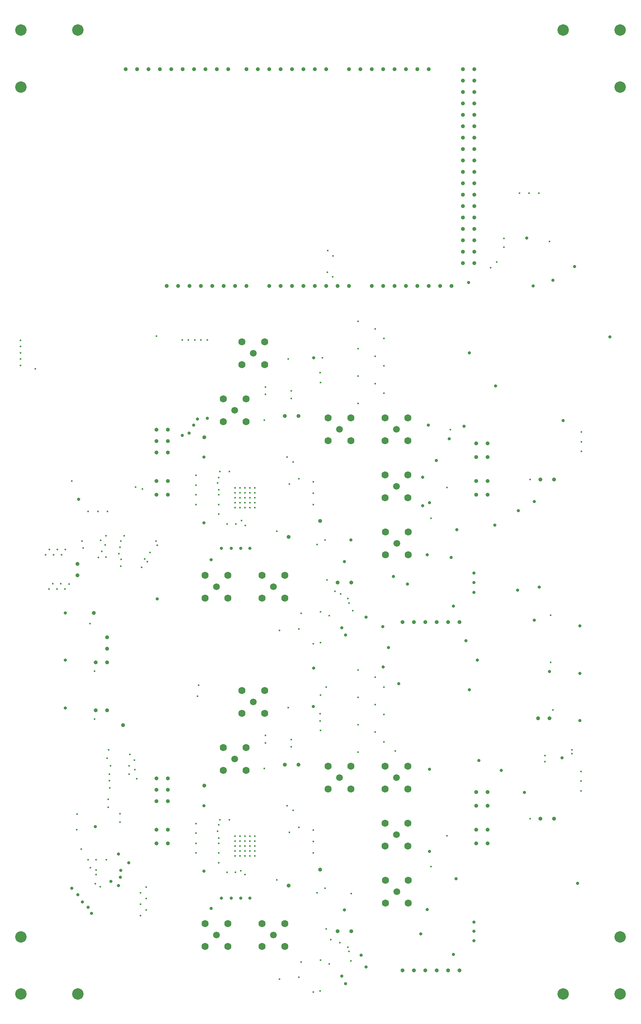
<source format=gbr>
%TF.GenerationSoftware,Altium Limited,Altium Designer,23.1.1 (15)*%
G04 Layer_Color=0*
%FSLAX45Y45*%
%MOMM*%
%TF.SameCoordinates,0F2ED6FA-663B-4D60-9F9C-34395667DD86*%
%TF.FilePolarity,Positive*%
%TF.FileFunction,Plated,1,4,PTH,Drill*%
%TF.Part,Single*%
G01*
G75*
%TA.AperFunction,OtherDrill,Pad Free-2 (124.714mm,3.81mm)*%
%ADD82C,2.54000*%
%TA.AperFunction,OtherDrill,Pad Free-2 (137.414mm,16.51mm)*%
%ADD83C,2.54000*%
%TA.AperFunction,OtherDrill,Pad Free-2 (137.414mm,205.74mm)*%
%ADD84C,2.54000*%
%TA.AperFunction,OtherDrill,Pad Free-2 (124.714mm,218.44mm)*%
%ADD85C,2.54000*%
%TA.AperFunction,OtherDrill,Pad Free-2 (16.51mm,3.81mm)*%
%ADD86C,2.54000*%
%TA.AperFunction,OtherDrill,Pad Free-2 (3.81mm,16.51mm)*%
%ADD87C,2.54000*%
%TA.AperFunction,OtherDrill,Pad Free-2 (3.81mm,205.74mm)*%
%ADD88C,2.54000*%
%TA.AperFunction,OtherDrill,Pad Free-2 (16.51mm,218.44mm)*%
%ADD89C,2.54000*%
%TA.AperFunction,ComponentDrill*%
%ADD90C,0.90000*%
%ADD91C,0.90000*%
%ADD92C,2.54000*%
%ADD93C,1.60000*%
%ADD94C,1.50000*%
%TA.AperFunction,ViaDrill,NotFilled*%
%ADD95C,0.38100*%
%ADD96C,0.90000*%
%ADD97C,0.71120*%
D82*
X12471400Y381000D02*
D03*
D83*
X13741400Y1651000D02*
D03*
D84*
Y20574001D02*
D03*
D85*
X12471400Y21844000D02*
D03*
D86*
X1651000Y381000D02*
D03*
D87*
X381000Y1651000D02*
D03*
D88*
Y20574001D02*
D03*
D89*
X1651000Y21844000D02*
D03*
D90*
X11963400Y11836400D02*
D03*
Y4279900D02*
D03*
X12268200Y11836400D02*
D03*
X10160000Y901700D02*
D03*
X9906000D02*
D03*
X9652000D02*
D03*
X9398000D02*
D03*
X9144000D02*
D03*
X8890000D02*
D03*
X3657600Y4038600D02*
D03*
X3403600D02*
D03*
Y3733800D02*
D03*
X3657600D02*
D03*
X10528300Y4876800D02*
D03*
X10782300D02*
D03*
Y4572000D02*
D03*
X10528300D02*
D03*
Y4038600D02*
D03*
X10782300D02*
D03*
Y3733800D02*
D03*
X10528300D02*
D03*
X10782300Y11798300D02*
D03*
X10528300D02*
D03*
Y11493500D02*
D03*
X10782300D02*
D03*
Y12636500D02*
D03*
X10528300D02*
D03*
Y12331700D02*
D03*
X10782300D02*
D03*
X3403600Y11798300D02*
D03*
X3657600D02*
D03*
Y11493500D02*
D03*
X3403600D02*
D03*
X10160000Y8661400D02*
D03*
X9906000D02*
D03*
X9652000D02*
D03*
X9398000D02*
D03*
X9144000D02*
D03*
X8890000D02*
D03*
X11912600Y6515100D02*
D03*
X12166600D02*
D03*
X2044700Y6692900D02*
D03*
X2298700D02*
D03*
Y7759700D02*
D03*
X2044700D02*
D03*
X12268200Y4279900D02*
D03*
D91*
X6261100Y13246100D02*
D03*
Y5486400D02*
D03*
X7442200Y9537700D02*
D03*
Y1778000D02*
D03*
X1638300Y9956800D02*
D03*
X10490200Y16649699D02*
D03*
X10236200D02*
D03*
X5156200Y16141701D02*
D03*
X4902200D02*
D03*
X3479800Y20967700D02*
D03*
X3657600Y12433300D02*
D03*
X3403600D02*
D03*
X3657600Y12687300D02*
D03*
X3403600D02*
D03*
X3657600Y12941299D02*
D03*
X3403600D02*
D03*
X3657600Y4673600D02*
D03*
X3403600D02*
D03*
X3657600Y4927600D02*
D03*
X3403600D02*
D03*
X3657600Y5181600D02*
D03*
X3403600D02*
D03*
X6565900Y5486400D02*
D03*
X7747000Y1778000D02*
D03*
X4470400Y5016500D02*
D03*
X6350000Y2794000D02*
D03*
X7048500Y3149600D02*
D03*
Y10909300D02*
D03*
X4470400Y12776200D02*
D03*
X6350000Y10553700D02*
D03*
X7747000Y9537700D02*
D03*
X6565900Y13246100D02*
D03*
X1638300Y9702800D02*
D03*
X2298700Y8318500D02*
D03*
Y8064500D02*
D03*
X6172200Y16141701D02*
D03*
X6680200D02*
D03*
X6426200D02*
D03*
X7188200D02*
D03*
X6934200D02*
D03*
X7696200D02*
D03*
X7442200D02*
D03*
X5918200D02*
D03*
X10490200Y16903700D02*
D03*
X10236200D02*
D03*
X10490200Y17665700D02*
D03*
Y17411700D02*
D03*
Y17157700D02*
D03*
Y17919701D02*
D03*
X10236200Y17665700D02*
D03*
Y17411700D02*
D03*
Y17157700D02*
D03*
Y17919701D02*
D03*
X10490200Y18935699D02*
D03*
Y18681700D02*
D03*
X10236200D02*
D03*
X10490200Y18427699D02*
D03*
X10236200D02*
D03*
X10490200Y18173700D02*
D03*
X10236200D02*
D03*
Y18935699D02*
D03*
X10490200Y19697701D02*
D03*
Y19443700D02*
D03*
Y19189700D02*
D03*
Y19951700D02*
D03*
X10236200Y19697701D02*
D03*
Y19443700D02*
D03*
Y19189700D02*
D03*
Y19951700D02*
D03*
X7950200Y20967700D02*
D03*
X8458200D02*
D03*
X8204200D02*
D03*
X8966200D02*
D03*
X8712200D02*
D03*
X9474200D02*
D03*
X9220200D02*
D03*
X7696200D02*
D03*
X5664200D02*
D03*
X6172200D02*
D03*
X5918200D02*
D03*
X6680200D02*
D03*
X6426200D02*
D03*
X7188200D02*
D03*
X6934200D02*
D03*
X3987800D02*
D03*
X3733800D02*
D03*
X4495800D02*
D03*
X4241800D02*
D03*
X2971800D02*
D03*
X2717800D02*
D03*
X3225800D02*
D03*
X5003800D02*
D03*
X4749800D02*
D03*
X5410200D02*
D03*
X10490200D02*
D03*
Y20713699D02*
D03*
X10236200D02*
D03*
X10490200Y20459700D02*
D03*
X10236200D02*
D03*
X10490200Y20205701D02*
D03*
X10236200D02*
D03*
Y20967700D02*
D03*
X8458200Y16141701D02*
D03*
X8966200D02*
D03*
X8712200D02*
D03*
X9474200D02*
D03*
X9220200D02*
D03*
X9982200D02*
D03*
X9728200D02*
D03*
X8204200D02*
D03*
X3886200D02*
D03*
X4394200D02*
D03*
X4140200D02*
D03*
X4648200D02*
D03*
X5410200D02*
D03*
X3632200D02*
D03*
D92*
X381000Y21844000D02*
D03*
Y381000D02*
D03*
X13741400Y21844000D02*
D03*
Y381000D02*
D03*
D93*
X9004300Y13208000D02*
D03*
X8496300D02*
D03*
X9004300Y12700000D02*
D03*
X8496300Y11938000D02*
D03*
Y12700000D02*
D03*
X9004300Y11430000D02*
D03*
Y11938000D02*
D03*
X9017000Y10668000D02*
D03*
X8509000D02*
D03*
X8496300Y11430000D02*
D03*
X9017000Y10160000D02*
D03*
X8509000D02*
D03*
X7226300Y13208000D02*
D03*
X5816600Y14389101D02*
D03*
Y14897099D02*
D03*
X7734300Y13208000D02*
D03*
Y12700000D02*
D03*
X7226300D02*
D03*
X5397500Y13119099D02*
D03*
Y13627100D02*
D03*
X6261100Y9194800D02*
D03*
Y9702800D02*
D03*
X5753100Y9194800D02*
D03*
Y9702800D02*
D03*
X9004300Y4178300D02*
D03*
Y4940300D02*
D03*
X9017000Y2908300D02*
D03*
Y2400300D02*
D03*
X9004300Y5448300D02*
D03*
X8496300Y4178300D02*
D03*
Y4940300D02*
D03*
X9004300Y3670300D02*
D03*
X8509000Y2908300D02*
D03*
X8496300Y3670300D02*
D03*
Y5448300D02*
D03*
X8509000Y2400300D02*
D03*
X7226300Y5448300D02*
D03*
X5816600Y6629400D02*
D03*
Y7137400D02*
D03*
X7734300Y5448300D02*
D03*
Y4940300D02*
D03*
X7226300D02*
D03*
X5397500Y5359400D02*
D03*
Y5867400D02*
D03*
X6261100Y1435100D02*
D03*
Y1943100D02*
D03*
X5753100Y1435100D02*
D03*
Y1943100D02*
D03*
X5308600Y14897099D02*
D03*
Y14389101D02*
D03*
X4889500Y13119099D02*
D03*
Y13627100D02*
D03*
X5308600Y7137400D02*
D03*
Y6629400D02*
D03*
X4991100Y9702800D02*
D03*
Y9194800D02*
D03*
X4889500Y5359400D02*
D03*
Y5867400D02*
D03*
X4483100Y9194800D02*
D03*
Y9702800D02*
D03*
X4991100Y1943100D02*
D03*
Y1435100D02*
D03*
X4483100D02*
D03*
Y1943100D02*
D03*
D94*
X6007100Y1689100D02*
D03*
X5143500Y5613400D02*
D03*
X4737100Y1689100D02*
D03*
X7480300Y5194300D02*
D03*
X5562600Y6883400D02*
D03*
X8750300Y5194300D02*
D03*
X8763000Y2654300D02*
D03*
X8750300Y3924300D02*
D03*
X8763000Y10414000D02*
D03*
X8750300Y11684000D02*
D03*
X5562600Y14643100D02*
D03*
X8750300Y12953999D02*
D03*
X4737100Y9448800D02*
D03*
X7480300Y12953999D02*
D03*
X6007100Y9448800D02*
D03*
X5143500Y13373100D02*
D03*
D95*
X3390900Y10464800D02*
D03*
X7747000Y2616200D02*
D03*
X8729643Y5786241D02*
D03*
X8280400Y7429500D02*
D03*
X8470900Y7213600D02*
D03*
X9522800Y3212079D02*
D03*
X12865100Y5334000D02*
D03*
X12877800Y12674600D02*
D03*
Y12890500D02*
D03*
Y12458700D02*
D03*
X12661900Y5816600D02*
D03*
X10855637Y16551741D02*
D03*
X7213600Y16446500D02*
D03*
X7216330Y16931801D02*
D03*
X7327900Y16344901D02*
D03*
X7340600Y16814799D02*
D03*
X6410518Y13806339D02*
D03*
X10985500Y16675101D02*
D03*
X12166600Y17138651D02*
D03*
X11150600Y17203650D02*
D03*
X11493500Y18211800D02*
D03*
X11709400D02*
D03*
X11925300D02*
D03*
X11150600Y17005299D02*
D03*
X12865100Y4902200D02*
D03*
Y5118100D02*
D03*
X2057400Y3365500D02*
D03*
X1631108Y4381736D02*
D03*
X1625600Y4038600D02*
D03*
X1727200Y3606800D02*
D03*
X1876729Y3370624D02*
D03*
X2283129D02*
D03*
X2057400Y3143250D02*
D03*
X1930400Y3194050D02*
D03*
X7055902Y6244332D02*
D03*
X7053798Y6457950D02*
D03*
X7056340Y13995399D02*
D03*
X7048500Y14211301D02*
D03*
X2311400Y11125200D02*
D03*
X2095500D02*
D03*
X1879600D02*
D03*
X4279900Y3517900D02*
D03*
Y3733800D02*
D03*
Y4171950D02*
D03*
Y3962400D02*
D03*
Y11925300D02*
D03*
Y11709400D02*
D03*
Y11277600D02*
D03*
Y11493500D02*
D03*
X4762500Y11760200D02*
D03*
X4791578Y11876955D02*
D03*
X4394200Y14941550D02*
D03*
X4254500D02*
D03*
X4114800D02*
D03*
X3975100D02*
D03*
X4533900D02*
D03*
X3403600Y15024100D02*
D03*
X368300Y14376401D02*
D03*
X698500Y14300200D02*
D03*
X368300Y14935201D02*
D03*
Y14795500D02*
D03*
Y14655800D02*
D03*
Y14516100D02*
D03*
X5029200Y12014200D02*
D03*
X4813300D02*
D03*
X7782034Y8917145D02*
D03*
X7383886Y9347200D02*
D03*
X7061200Y7035800D02*
D03*
X7054327Y6620470D02*
D03*
X5384800Y10807700D02*
D03*
X2146300Y2768600D02*
D03*
X5166589Y3092450D02*
D03*
X3175000Y2755900D02*
D03*
X5372100Y3035300D02*
D03*
X5283200Y3124200D02*
D03*
X2039276Y2838060D02*
D03*
X3049221Y2122121D02*
D03*
X2057400Y3035300D02*
D03*
X4791655Y4143920D02*
D03*
X4787900Y3848100D02*
D03*
Y11607800D02*
D03*
X5295900Y10922000D02*
D03*
X4762343Y4003299D02*
D03*
X1016000Y10274300D02*
D03*
X1371600D02*
D03*
X927100Y10160000D02*
D03*
X1282700D02*
D03*
X1193800Y10274300D02*
D03*
X1104900Y10160000D02*
D03*
X1181100Y9398000D02*
D03*
X1456248Y9505056D02*
D03*
X1270000Y9512300D02*
D03*
X1358900Y9398000D02*
D03*
X1092200Y9512300D02*
D03*
X1003300Y9398000D02*
D03*
X2349500Y5270500D02*
D03*
Y5130800D02*
D03*
X2362200Y4965700D02*
D03*
X2374900Y5461000D02*
D03*
X2298700Y5626100D02*
D03*
X2336800Y5816600D02*
D03*
X2959100Y5168900D02*
D03*
X2794000Y5270500D02*
D03*
X2921000Y5372100D02*
D03*
X2794000Y5461000D02*
D03*
X2908300Y5588000D02*
D03*
X2806700Y5715000D02*
D03*
X4343400Y7251700D02*
D03*
X4318000Y7010400D02*
D03*
X7188200Y7213600D02*
D03*
X2184400Y10236200D02*
D03*
X2108200Y10096500D02*
D03*
X2273300Y10109200D02*
D03*
X2260600Y10375900D02*
D03*
X2159000Y10477500D02*
D03*
X2273300Y10579100D02*
D03*
X1739900Y10464800D02*
D03*
X1765300Y10312400D02*
D03*
X2603500Y9906000D02*
D03*
X2616200Y10058400D02*
D03*
X2565400Y10185400D02*
D03*
X2590800Y10325100D02*
D03*
X2603500Y10464800D02*
D03*
X2679700Y10579100D02*
D03*
X12661900Y5727700D02*
D03*
X12065000Y5549900D02*
D03*
Y5689600D02*
D03*
X1511300Y11798300D02*
D03*
X2940096Y11666362D02*
D03*
X3089239Y11624711D02*
D03*
X7691354Y1325646D02*
D03*
X7251700Y1047750D02*
D03*
X7737135Y1112545D02*
D03*
X7670800Y1422400D02*
D03*
X2590800Y4394200D02*
D03*
Y4203700D02*
D03*
X2324100Y4711700D02*
D03*
Y4533900D02*
D03*
X2019300Y6502400D02*
D03*
X7188200Y1828800D02*
D03*
X7289800Y1587500D02*
D03*
X7203211Y9603511D02*
D03*
X7691354Y9085346D02*
D03*
X7512050Y9283700D02*
D03*
X7251700Y8807450D02*
D03*
X7670800Y9182100D02*
D03*
X6337300Y6756400D02*
D03*
X6896100Y8178800D02*
D03*
X11734800Y11836400D02*
D03*
X12239833Y6705600D02*
D03*
X12192000Y7759700D02*
D03*
X6146800Y8470900D02*
D03*
X7061200Y8204200D02*
D03*
Y8890000D02*
D03*
X7048500Y444500D02*
D03*
X7061200Y1130300D02*
D03*
X1924050Y8623300D02*
D03*
X3416300Y10369550D02*
D03*
X3200400Y10007600D02*
D03*
X3073400Y9880600D02*
D03*
X3138119Y10069881D02*
D03*
X3253699Y10208301D02*
D03*
X3175000Y2501900D02*
D03*
X3048000Y2628900D02*
D03*
X3175000Y2247900D02*
D03*
X3048000Y2374900D02*
D03*
X2019300Y7569200D02*
D03*
X6578600Y749300D02*
D03*
X6896100Y419100D02*
D03*
X7899400Y7594600D02*
D03*
X6318250Y4572000D02*
D03*
X6453475Y4466412D02*
D03*
X9880600Y3898900D02*
D03*
X6366617Y3977025D02*
D03*
X6578600Y4089400D02*
D03*
X6410518Y6046638D02*
D03*
X5829300Y6134100D02*
D03*
X6410518Y5881538D02*
D03*
X5829300Y5969000D02*
D03*
X5803900Y5397500D02*
D03*
X7493000Y1524000D02*
D03*
X6985000Y2628900D02*
D03*
X7162800Y2730500D02*
D03*
X7899400Y6375400D02*
D03*
Y5765800D02*
D03*
X6629400Y1092200D02*
D03*
X6146800Y711200D02*
D03*
X7899400Y6985000D02*
D03*
X8470900Y6604000D02*
D03*
Y5994400D02*
D03*
X6896100Y4025900D02*
D03*
Y3771900D02*
D03*
Y3517900D02*
D03*
X4787900Y3302000D02*
D03*
Y3517900D02*
D03*
X4813300Y4254500D02*
D03*
X5029200D02*
D03*
X6083300Y2921000D02*
D03*
X6318250Y12331700D02*
D03*
X5829300Y13893800D02*
D03*
X6410518Y13641238D02*
D03*
X5829300Y13728700D02*
D03*
X6985000Y10388600D02*
D03*
X6578600Y11849100D02*
D03*
X6629400Y8851900D02*
D03*
X6337300Y14516100D02*
D03*
X7099300Y14541499D02*
D03*
X6896100Y11277600D02*
D03*
Y11531600D02*
D03*
Y11785600D02*
D03*
X6453475Y12226112D02*
D03*
X5803900Y13157201D02*
D03*
X11734800Y4279900D02*
D03*
X12192000Y8813800D02*
D03*
X4787900Y3733800D02*
D03*
X8280400Y6819900D02*
D03*
Y6210300D02*
D03*
X4978400Y3086100D02*
D03*
X6083300Y10680700D02*
D03*
X5168900Y10845800D02*
D03*
X4787900Y11061700D02*
D03*
Y11277600D02*
D03*
X8470900Y13754100D02*
D03*
Y14363699D02*
D03*
Y14973300D02*
D03*
X9956800Y12941299D02*
D03*
X7162800Y10490200D02*
D03*
X6366617Y11736725D02*
D03*
X6578600Y8509000D02*
D03*
X7899400Y14744701D02*
D03*
Y14135100D02*
D03*
X8280400Y14579601D02*
D03*
Y13970000D02*
D03*
X7899400Y13525500D02*
D03*
Y15354300D02*
D03*
X8280400Y15189200D02*
D03*
X9522800Y10971779D02*
D03*
X9880600Y11658600D02*
D03*
X4787900Y11493500D02*
D03*
X4978400Y10845800D02*
D03*
X5372100Y11650000D02*
D03*
X5592100D02*
D03*
X5482102D02*
D03*
X5592100Y11540002D02*
D03*
X5482102D02*
D03*
X5372100D02*
D03*
X5482102Y11430000D02*
D03*
X5592100D02*
D03*
Y11319998D02*
D03*
X5482102D02*
D03*
X5372100Y11430000D02*
D03*
Y11319998D02*
D03*
X5592100Y11210000D02*
D03*
X5372100D02*
D03*
X5482102D02*
D03*
X5372100Y3890300D02*
D03*
X5592100D02*
D03*
X5482102D02*
D03*
X5592100Y3780302D02*
D03*
X5482102D02*
D03*
X5372100D02*
D03*
X5482102Y3670300D02*
D03*
X5592100D02*
D03*
Y3560298D02*
D03*
X5482102D02*
D03*
X5372100Y3670300D02*
D03*
Y3560298D02*
D03*
X5592100Y3450300D02*
D03*
X5372100D02*
D03*
X5482102D02*
D03*
X5262098Y11650000D02*
D03*
Y11540002D02*
D03*
X5152100Y11650000D02*
D03*
Y11540002D02*
D03*
X5262098Y11430000D02*
D03*
Y11319998D02*
D03*
X5152100Y11210000D02*
D03*
X5262098D02*
D03*
X5152100Y11430000D02*
D03*
Y11319998D02*
D03*
X5262098Y3890300D02*
D03*
X5152100D02*
D03*
X5262098Y3780302D02*
D03*
Y3670300D02*
D03*
Y3560298D02*
D03*
Y3450300D02*
D03*
X5152100Y3670300D02*
D03*
Y3780302D02*
D03*
Y3450300D02*
D03*
Y3560298D02*
D03*
D96*
X2654300Y6362700D02*
D03*
X2006600Y8864600D02*
D03*
D97*
X9969500Y10096500D02*
D03*
X8686800Y9677400D02*
D03*
X8077230Y8772652D02*
D03*
X10947400Y10820400D02*
D03*
X11798300Y16141701D02*
D03*
X10960100Y13919200D02*
D03*
X10375900Y7150100D02*
D03*
X8801100Y7289800D02*
D03*
X6908800Y7632700D02*
D03*
X13512801Y15011400D02*
D03*
X12242800Y16268700D02*
D03*
X12788900Y2844800D02*
D03*
X12725400Y16573500D02*
D03*
X12839700Y8572500D02*
D03*
X10375900Y14655800D02*
D03*
X10363200Y16217900D02*
D03*
X9334500Y11887200D02*
D03*
X7734300Y10490200D02*
D03*
X9334500Y11252200D02*
D03*
X9639300Y12255500D02*
D03*
X9931400Y12738100D02*
D03*
X10261600Y13017500D02*
D03*
X11658600Y17208501D02*
D03*
X12471400Y13144501D02*
D03*
X10477500Y9321800D02*
D03*
Y9537700D02*
D03*
Y9753600D02*
D03*
Y1562100D02*
D03*
Y1778000D02*
D03*
Y1981200D02*
D03*
X2603500Y3130550D02*
D03*
X5486400Y2514600D02*
D03*
X5283200D02*
D03*
X5067300D02*
D03*
X4851400D02*
D03*
X4622800Y2286000D02*
D03*
X5486400Y10299700D02*
D03*
X5283200D02*
D03*
X5067300D02*
D03*
X4851400D02*
D03*
X4457700Y12331700D02*
D03*
X4318000Y13182600D02*
D03*
X4533900Y13195300D02*
D03*
X4229100Y13042900D02*
D03*
X4133850Y12865100D02*
D03*
X11468100Y11137900D02*
D03*
X11823700Y11341100D02*
D03*
X11938000Y9436100D02*
D03*
X11823700Y8699500D02*
D03*
X8572500Y8089900D02*
D03*
X8445500Y8559800D02*
D03*
X6896100Y6781800D02*
D03*
X12447275Y5638800D02*
D03*
X2552700Y3492500D02*
D03*
X3975100Y12814301D02*
D03*
X1955800Y2171700D02*
D03*
X1879600Y2311400D02*
D03*
X1511300Y2730500D02*
D03*
X1651000Y2590800D02*
D03*
X1752600Y2425700D02*
D03*
X2552700Y2794000D02*
D03*
X2597788Y2977512D02*
D03*
X2387600Y2882900D02*
D03*
X2781300Y3302000D02*
D03*
X1371600Y8864600D02*
D03*
X11455400Y9372600D02*
D03*
X9296400Y1714500D02*
D03*
X9436100Y2260600D02*
D03*
X8077200Y977900D02*
D03*
X8997762Y9506138D02*
D03*
X9436100Y10160000D02*
D03*
X9486900Y5384800D02*
D03*
X12166600Y7556500D02*
D03*
X10591800Y5575300D02*
D03*
X11601826Y4870826D02*
D03*
X11087100Y5359400D02*
D03*
X10299700Y8242300D02*
D03*
X10553700Y7810500D02*
D03*
X10096500Y10718800D02*
D03*
X10083800Y2946400D02*
D03*
X8458200Y7658100D02*
D03*
X7531100Y8534400D02*
D03*
X3416173Y9176730D02*
D03*
X2040357Y4105143D02*
D03*
X1371600Y6743700D02*
D03*
Y7810500D02*
D03*
X1663700Y11391900D02*
D03*
X12839700Y6464300D02*
D03*
Y7518400D02*
D03*
X10020300Y1257300D02*
D03*
X4457700Y3111500D02*
D03*
Y4572000D02*
D03*
X7594600Y2247900D02*
D03*
X7962900Y1244600D02*
D03*
X7531100Y774700D02*
D03*
X7620000Y609600D02*
D03*
Y8369300D02*
D03*
X7594600Y10007600D02*
D03*
X10020300Y9017000D02*
D03*
X9486900Y3556000D02*
D03*
X4622800Y10045700D02*
D03*
X6908800Y14541499D02*
D03*
X9486900Y11315700D02*
D03*
X9461500Y13042900D02*
D03*
X4457700Y10871200D02*
D03*
%TF.MD5,d63834907ca835d6a5434aa34c9ae807*%
M02*

</source>
